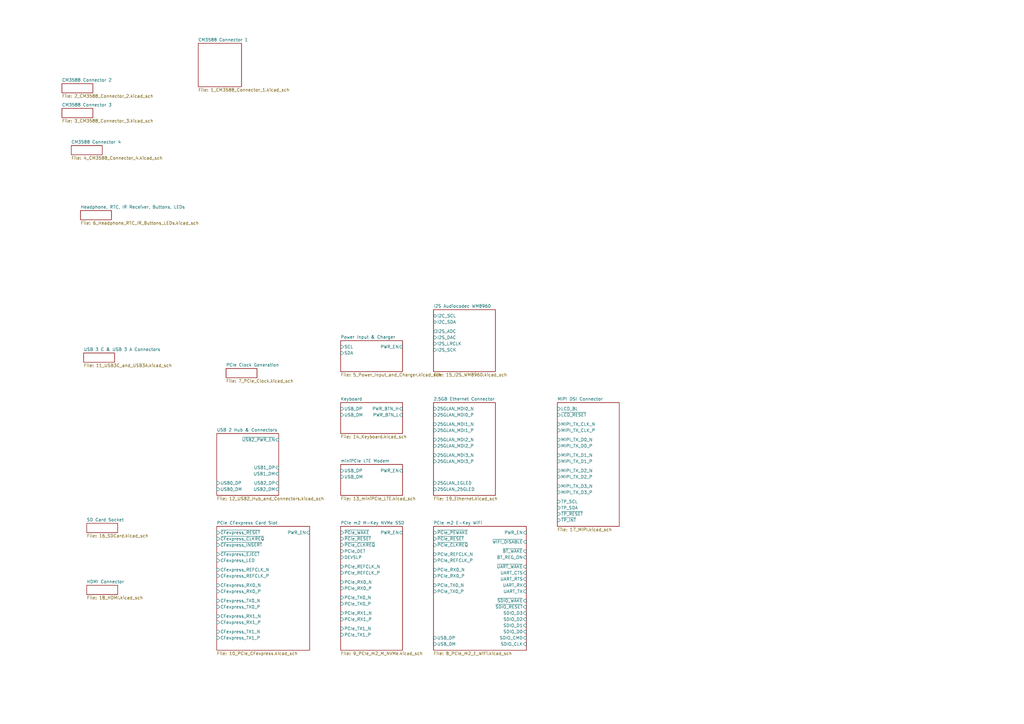
<source format=kicad_sch>
(kicad_sch
	(version 20250114)
	(generator "eeschema")
	(generator_version "9.0")
	(uuid "e8df7ad4-0398-46fe-8df2-22f014c5f1dd")
	(paper "A3")
	(lib_symbols)
	(sheet
		(at 139.7 139.7)
		(size 25.4 12.7)
		(exclude_from_sim no)
		(in_bom yes)
		(on_board yes)
		(dnp no)
		(fields_autoplaced yes)
		(stroke
			(width 0.1524)
			(type solid)
		)
		(fill
			(color 0 0 0 0.0000)
		)
		(uuid "07fa1f4a-4f08-4a00-b91a-2935c9cd6246")
		(property "Sheetname" "Power Input & Charger"
			(at 139.7 138.9884 0)
			(effects
				(font
					(size 1.27 1.27)
				)
				(justify left bottom)
			)
		)
		(property "Sheetfile" "5_Power_Input_and_Charger.kicad_sch"
			(at 139.7 152.9846 0)
			(effects
				(font
					(size 1.27 1.27)
				)
				(justify left top)
			)
		)
		(pin "PWR_EN" input
			(at 165.1 142.24 0)
			(uuid "9c746257-343a-4bac-822d-dd7b5936e7a1")
			(effects
				(font
					(size 1.27 1.27)
				)
				(justify right)
			)
		)
		(pin "SCL" input
			(at 139.7 142.24 180)
			(uuid "97597e3d-8706-412e-9b3a-870d0d1f1565")
			(effects
				(font
					(size 1.27 1.27)
				)
				(justify left)
			)
		)
		(pin "SDA" input
			(at 139.7 144.78 180)
			(uuid "b0cdbb2f-2e01-4b55-89c5-2a1808426770")
			(effects
				(font
					(size 1.27 1.27)
				)
				(justify left)
			)
		)
		(instances
			(project "mainboard"
				(path "/e8df7ad4-0398-46fe-8df2-22f014c5f1dd"
					(page "5")
				)
			)
		)
	)
	(sheet
		(at 81.28 17.78)
		(size 17.78 17.78)
		(exclude_from_sim no)
		(in_bom yes)
		(on_board yes)
		(dnp no)
		(fields_autoplaced yes)
		(stroke
			(width 0.1524)
			(type solid)
		)
		(fill
			(color 0 0 0 0.0000)
		)
		(uuid "179b20ca-7cf4-4c76-8c3b-b8b4c6c25c72")
		(property "Sheetname" "CM3588 Connector 1"
			(at 81.28 17.0684 0)
			(effects
				(font
					(size 1.27 1.27)
				)
				(justify left bottom)
			)
		)
		(property "Sheetfile" "1_CM3588_Connector_1.kicad_sch"
			(at 81.28 36.1446 0)
			(effects
				(font
					(size 1.27 1.27)
				)
				(justify left top)
			)
		)
		(instances
			(project "mainboard"
				(path "/e8df7ad4-0398-46fe-8df2-22f014c5f1dd"
					(page "1")
				)
			)
		)
	)
	(sheet
		(at 35.56 240.03)
		(size 12.7 3.81)
		(exclude_from_sim no)
		(in_bom yes)
		(on_board yes)
		(dnp no)
		(fields_autoplaced yes)
		(stroke
			(width 0.1524)
			(type solid)
		)
		(fill
			(color 0 0 0 0.0000)
		)
		(uuid "18d9dc9f-f158-4b8c-8c03-4e0e0e17c019")
		(property "Sheetname" "HDMI Connector"
			(at 35.56 239.3184 0)
			(effects
				(font
					(size 1.27 1.27)
				)
				(justify left bottom)
			)
		)
		(property "Sheetfile" "18_HDMI.kicad_sch"
			(at 35.56 244.4246 0)
			(effects
				(font
					(size 1.27 1.27)
				)
				(justify left top)
			)
		)
		(instances
			(project "mainboard"
				(path "/e8df7ad4-0398-46fe-8df2-22f014c5f1dd"
					(page "18")
				)
			)
		)
	)
	(sheet
		(at 92.71 151.13)
		(size 12.7 3.81)
		(exclude_from_sim no)
		(in_bom yes)
		(on_board yes)
		(dnp no)
		(fields_autoplaced yes)
		(stroke
			(width 0.1524)
			(type solid)
		)
		(fill
			(color 0 0 0 0.0000)
		)
		(uuid "484c6dee-af44-4b63-a825-46ce928312ff")
		(property "Sheetname" "PCIe Clock Generation"
			(at 92.71 150.4184 0)
			(effects
				(font
					(size 1.27 1.27)
				)
				(justify left bottom)
			)
		)
		(property "Sheetfile" "7_PCIe_Clock.kicad_sch"
			(at 92.71 155.5246 0)
			(effects
				(font
					(size 1.27 1.27)
				)
				(justify left top)
			)
		)
		(instances
			(project "mainboard"
				(path "/e8df7ad4-0398-46fe-8df2-22f014c5f1dd"
					(page "7")
				)
			)
		)
	)
	(sheet
		(at 139.7 215.9)
		(size 25.4 50.8)
		(exclude_from_sim no)
		(in_bom yes)
		(on_board yes)
		(dnp no)
		(fields_autoplaced yes)
		(stroke
			(width 0.1524)
			(type solid)
		)
		(fill
			(color 0 0 0 0.0000)
		)
		(uuid "6669fa1e-f015-4347-b375-5371b2a452c4")
		(property "Sheetname" "PCIe m2 M-Key NVMe SSD"
			(at 139.7 215.1884 0)
			(effects
				(font
					(size 1.27 1.27)
				)
				(justify left bottom)
			)
		)
		(property "Sheetfile" "9_PCIe_m2_M_NVMe.kicad_sch"
			(at 139.7 267.2846 0)
			(effects
				(font
					(size 1.27 1.27)
				)
				(justify left top)
			)
		)
		(pin "DEVSLP" input
			(at 139.7 228.6 180)
			(uuid "8250a307-5bfc-45cd-bcc1-a8e3b110935a")
			(effects
				(font
					(size 1.27 1.27)
				)
				(justify left)
			)
		)
		(pin "PCIe_DET" input
			(at 139.7 226.06 180)
			(uuid "5d36ab89-ee9c-45f1-9c8f-411f04604c30")
			(effects
				(font
					(size 1.27 1.27)
				)
				(justify left)
			)
		)
		(pin "PCIe_REFCLK_N" input
			(at 139.7 232.41 180)
			(uuid "456707b3-ef8a-449b-b780-e7ea84c2fe0f")
			(effects
				(font
					(size 1.27 1.27)
				)
				(justify left)
			)
		)
		(pin "PCIe_REFCLK_P" input
			(at 139.7 234.95 180)
			(uuid "3a6e22a8-1c33-4ccb-8634-0656c7ed4f73")
			(effects
				(font
					(size 1.27 1.27)
				)
				(justify left)
			)
		)
		(pin "PCIe_RX0_N" input
			(at 139.7 238.76 180)
			(uuid "b36f63ee-dda5-4273-8749-7e370dc55816")
			(effects
				(font
					(size 1.27 1.27)
				)
				(justify left)
			)
		)
		(pin "PCIe_RX0_P" input
			(at 139.7 241.3 180)
			(uuid "79078436-955e-4ba2-b5e9-f0115e164c7e")
			(effects
				(font
					(size 1.27 1.27)
				)
				(justify left)
			)
		)
		(pin "PCIe_RX1_N" input
			(at 139.7 251.46 180)
			(uuid "ab0b778b-3805-4636-8b20-f9d4a643390a")
			(effects
				(font
					(size 1.27 1.27)
				)
				(justify left)
			)
		)
		(pin "PCIe_RX1_P" input
			(at 139.7 254 180)
			(uuid "e44f8fa1-d1ae-449a-b73e-ebcffea75acf")
			(effects
				(font
					(size 1.27 1.27)
				)
				(justify left)
			)
		)
		(pin "PCIe_TX0_N" input
			(at 139.7 245.11 180)
			(uuid "8df59557-ebe2-4399-86e1-76227324d036")
			(effects
				(font
					(size 1.27 1.27)
				)
				(justify left)
			)
		)
		(pin "PCIe_TX0_P" input
			(at 139.7 247.65 180)
			(uuid "a3983adb-1f39-45d9-9b6c-038ef2f9cafd")
			(effects
				(font
					(size 1.27 1.27)
				)
				(justify left)
			)
		)
		(pin "PCIe_TX1_N" input
			(at 139.7 257.81 180)
			(uuid "812bc123-58af-4285-8223-066e31c940f8")
			(effects
				(font
					(size 1.27 1.27)
				)
				(justify left)
			)
		)
		(pin "PCIe_TX1_P" input
			(at 139.7 260.35 180)
			(uuid "5b162702-1ec8-4c70-9286-ab9a493e8c20")
			(effects
				(font
					(size 1.27 1.27)
				)
				(justify left)
			)
		)
		(pin "~{PCIe_CLKREQ}" input
			(at 139.7 223.52 180)
			(uuid "2fdb73b0-335b-4c65-a8b9-7614e14944c7")
			(effects
				(font
					(size 1.27 1.27)
				)
				(justify left)
			)
		)
		(pin "~{PCIe_RESET}" input
			(at 139.7 220.98 180)
			(uuid "2235e878-ea99-4ca6-8bc4-70d78ace0891")
			(effects
				(font
					(size 1.27 1.27)
				)
				(justify left)
			)
		)
		(pin "~{PCIe_WAKE}" input
			(at 139.7 218.44 180)
			(uuid "c7155c23-faf8-4a14-b0f7-6850aad77b01")
			(effects
				(font
					(size 1.27 1.27)
				)
				(justify left)
			)
		)
		(pin "PWR_EN" input
			(at 165.1 218.44 0)
			(uuid "5f32886c-3a2e-49d3-9f05-969676369bbf")
			(effects
				(font
					(size 1.27 1.27)
				)
				(justify right)
			)
		)
		(instances
			(project "mainboard"
				(path "/e8df7ad4-0398-46fe-8df2-22f014c5f1dd"
					(page "9")
				)
			)
		)
	)
	(sheet
		(at 25.4 44.45)
		(size 12.7 3.81)
		(exclude_from_sim no)
		(in_bom yes)
		(on_board yes)
		(dnp no)
		(fields_autoplaced yes)
		(stroke
			(width 0.1524)
			(type solid)
		)
		(fill
			(color 0 0 0 0.0000)
		)
		(uuid "68a2b222-807f-4ee1-877f-9299e0573b20")
		(property "Sheetname" "CM3588 Connector 3"
			(at 25.4 43.7384 0)
			(effects
				(font
					(size 1.27 1.27)
				)
				(justify left bottom)
			)
		)
		(property "Sheetfile" "3_CM3588_Connector_3.kicad_sch"
			(at 25.4 48.8446 0)
			(effects
				(font
					(size 1.27 1.27)
				)
				(justify left top)
			)
		)
		(instances
			(project "mainboard"
				(path "/e8df7ad4-0398-46fe-8df2-22f014c5f1dd"
					(page "3")
				)
			)
		)
	)
	(sheet
		(at 139.7 190.5)
		(size 25.4 12.7)
		(exclude_from_sim no)
		(in_bom yes)
		(on_board yes)
		(dnp no)
		(fields_autoplaced yes)
		(stroke
			(width 0.1524)
			(type solid)
		)
		(fill
			(color 0 0 0 0.0000)
		)
		(uuid "8644110b-fd44-4bf7-8252-8da3b2442694")
		(property "Sheetname" "miniPCIe LTE Modem"
			(at 139.7 189.7884 0)
			(effects
				(font
					(size 1.27 1.27)
				)
				(justify left bottom)
			)
		)
		(property "Sheetfile" "13_miniPCIe_LTE.kicad_sch"
			(at 139.7 203.7846 0)
			(effects
				(font
					(size 1.27 1.27)
				)
				(justify left top)
			)
		)
		(pin "PWR_EN" input
			(at 165.1 193.04 0)
			(uuid "ec6ac0a6-97a2-4b59-a772-9f3389ff4408")
			(effects
				(font
					(size 1.27 1.27)
				)
				(justify right)
			)
		)
		(pin "USB_DM" input
			(at 139.7 195.58 180)
			(uuid "37a4b681-5ee7-49b0-a3ba-f36d8b9018e1")
			(effects
				(font
					(size 1.27 1.27)
				)
				(justify left)
			)
		)
		(pin "USB_DP" input
			(at 139.7 193.04 180)
			(uuid "c6ffd364-60bb-4929-8078-449c68b24900")
			(effects
				(font
					(size 1.27 1.27)
				)
				(justify left)
			)
		)
		(instances
			(project "mainboard"
				(path "/e8df7ad4-0398-46fe-8df2-22f014c5f1dd"
					(page "13")
				)
			)
		)
	)
	(sheet
		(at 35.56 214.63)
		(size 12.7 3.81)
		(exclude_from_sim no)
		(in_bom yes)
		(on_board yes)
		(dnp no)
		(fields_autoplaced yes)
		(stroke
			(width 0.1524)
			(type solid)
		)
		(fill
			(color 0 0 0 0.0000)
		)
		(uuid "8986aa19-15b1-4e69-80f7-caad2369fd75")
		(property "Sheetname" "SD Card Socket"
			(at 35.56 213.9184 0)
			(effects
				(font
					(size 1.27 1.27)
				)
				(justify left bottom)
			)
		)
		(property "Sheetfile" "16_SDCard.kicad_sch"
			(at 35.56 219.0246 0)
			(effects
				(font
					(size 1.27 1.27)
				)
				(justify left top)
			)
		)
		(instances
			(project "mainboard"
				(path "/e8df7ad4-0398-46fe-8df2-22f014c5f1dd"
					(page "16")
				)
			)
		)
	)
	(sheet
		(at 88.9 177.8)
		(size 25.4 25.4)
		(exclude_from_sim no)
		(in_bom yes)
		(on_board yes)
		(dnp no)
		(fields_autoplaced yes)
		(stroke
			(width 0.1524)
			(type solid)
		)
		(fill
			(color 0 0 0 0.0000)
		)
		(uuid "8cfb5e11-a71f-45fa-8675-4058f56774f6")
		(property "Sheetname" "USB 2 Hub & Connectors"
			(at 88.9 177.0884 0)
			(effects
				(font
					(size 1.27 1.27)
				)
				(justify left bottom)
			)
		)
		(property "Sheetfile" "12_USB2_Hub_and_Connectors.kicad_sch"
			(at 88.9 203.7846 0)
			(effects
				(font
					(size 1.27 1.27)
				)
				(justify left top)
			)
		)
		(pin "USB0_DM" input
			(at 88.9 200.66 180)
			(uuid "ca270ec5-a1d1-4a42-9e54-696220ff0552")
			(effects
				(font
					(size 1.27 1.27)
				)
				(justify left)
			)
		)
		(pin "USB0_DP" input
			(at 88.9 198.12 180)
			(uuid "2fb0affe-27af-4e28-ad88-b142b2347e61")
			(effects
				(font
					(size 1.27 1.27)
				)
				(justify left)
			)
		)
		(pin "USB1_DM" input
			(at 114.3 194.31 0)
			(uuid "5c057282-1336-4c21-8ed3-1080c9cc2eb1")
			(effects
				(font
					(size 1.27 1.27)
				)
				(justify right)
			)
		)
		(pin "USB1_DP" input
			(at 114.3 191.77 0)
			(uuid "caedf5cb-fc1e-4344-87f8-1e5e81960ec9")
			(effects
				(font
					(size 1.27 1.27)
				)
				(justify right)
			)
		)
		(pin "USB2_DM" input
			(at 114.3 200.66 0)
			(uuid "3d4f735f-2fc0-4019-ade8-0f74c33e846f")
			(effects
				(font
					(size 1.27 1.27)
				)
				(justify right)
			)
		)
		(pin "USB2_DP" input
			(at 114.3 198.12 0)
			(uuid "fdf275ae-ae4b-480d-b9d9-56bf6ad85e28")
			(effects
				(font
					(size 1.27 1.27)
				)
				(justify right)
			)
		)
		(pin "~{USB2_PWR_EN}" input
			(at 114.3 180.34 0)
			(uuid "70feb4e7-a4a5-4693-bc11-e84872980dbd")
			(effects
				(font
					(size 1.27 1.27)
				)
				(justify right)
			)
		)
		(instances
			(project "mainboard"
				(path "/e8df7ad4-0398-46fe-8df2-22f014c5f1dd"
					(page "12")
				)
			)
		)
	)
	(sheet
		(at 228.6 165.1)
		(size 25.4 50.8)
		(exclude_from_sim no)
		(in_bom yes)
		(on_board yes)
		(dnp no)
		(fields_autoplaced yes)
		(stroke
			(width 0.1524)
			(type solid)
		)
		(fill
			(color 0 0 0 0.0000)
		)
		(uuid "92c68f36-3049-4ded-92bc-6a7d51e36adb")
		(property "Sheetname" "MIPI DSI Connector"
			(at 228.6 164.3884 0)
			(effects
				(font
					(size 1.27 1.27)
				)
				(justify left bottom)
			)
		)
		(property "Sheetfile" "17_MIPI.kicad_sch"
			(at 228.6 216.4846 0)
			(effects
				(font
					(size 1.27 1.27)
				)
				(justify left top)
			)
		)
		(pin "LCD_BL" input
			(at 228.6 167.64 180)
			(uuid "9d492064-8544-4e1e-a2d8-5f9e4f95ba72")
			(effects
				(font
					(size 1.27 1.27)
				)
				(justify left)
			)
		)
		(pin "MIPI_TX_CLK_N" input
			(at 228.6 173.99 180)
			(uuid "a80b5fad-fe20-4e7f-a777-be214113ffcd")
			(effects
				(font
					(size 1.27 1.27)
				)
				(justify left)
			)
		)
		(pin "MIPI_TX_CLK_P" input
			(at 228.6 176.53 180)
			(uuid "8f335182-66ad-4fa0-88e5-f4c0ce875b5b")
			(effects
				(font
					(size 1.27 1.27)
				)
				(justify left)
			)
		)
		(pin "MIPI_TX_D0_N" input
			(at 228.6 180.34 180)
			(uuid "3a6a22c8-b725-45a7-8b0e-108a0bf72b03")
			(effects
				(font
					(size 1.27 1.27)
				)
				(justify left)
			)
		)
		(pin "MIPI_TX_D0_P" input
			(at 228.6 182.88 180)
			(uuid "cd7c76a9-9d47-49c3-b15f-a5d637f8aab5")
			(effects
				(font
					(size 1.27 1.27)
				)
				(justify left)
			)
		)
		(pin "MIPI_TX_D1_N" input
			(at 228.6 186.69 180)
			(uuid "c66954df-ff6e-43ec-b246-47354d477309")
			(effects
				(font
					(size 1.27 1.27)
				)
				(justify left)
			)
		)
		(pin "MIPI_TX_D1_P" input
			(at 228.6 189.23 180)
			(uuid "30b815db-ee5e-4301-a847-d31a548ffea8")
			(effects
				(font
					(size 1.27 1.27)
				)
				(justify left)
			)
		)
		(pin "MIPI_TX_D2_N" input
			(at 228.6 193.04 180)
			(uuid "3ca4dc06-dd5f-4a08-986b-f22b6929833f")
			(effects
				(font
					(size 1.27 1.27)
				)
				(justify left)
			)
		)
		(pin "MIPI_TX_D2_P" input
			(at 228.6 195.58 180)
			(uuid "b48601a3-d718-459e-bd17-bbe69589ba72")
			(effects
				(font
					(size 1.27 1.27)
				)
				(justify left)
			)
		)
		(pin "MIPI_TX_D3_N" input
			(at 228.6 199.39 180)
			(uuid "964b1996-6a8a-44b6-ac53-b7fb548f5417")
			(effects
				(font
					(size 1.27 1.27)
				)
				(justify left)
			)
		)
		(pin "MIPI_TX_D3_P" input
			(at 228.6 201.93 180)
			(uuid "d5e198b6-df83-4a6f-9700-f4c6da2705bc")
			(effects
				(font
					(size 1.27 1.27)
				)
				(justify left)
			)
		)
		(pin "TP_SCL" input
			(at 228.6 205.74 180)
			(uuid "3de87970-0d10-43cb-a78c-6a0175a9f388")
			(effects
				(font
					(size 1.27 1.27)
				)
				(justify left)
			)
		)
		(pin "TP_SDA" input
			(at 228.6 208.28 180)
			(uuid "b5bd621e-d51d-448d-8f04-54a1a6b6d179")
			(effects
				(font
					(size 1.27 1.27)
				)
				(justify left)
			)
		)
		(pin "~{LCD_RESET}" input
			(at 228.6 170.18 180)
			(uuid "8f2106b5-0ebe-42bf-b69b-be8dd07e77fc")
			(effects
				(font
					(size 1.27 1.27)
				)
				(justify left)
			)
		)
		(pin "~{TP_INT}" input
			(at 228.6 213.36 180)
			(uuid "c3b4b5c9-0c4b-4798-ade9-b3f24d493762")
			(effects
				(font
					(size 1.27 1.27)
				)
				(justify left)
			)
		)
		(pin "~{TP_RESET}" input
			(at 228.6 210.82 180)
			(uuid "3109ae4e-d3f2-4604-a16b-4e677b66da7b")
			(effects
				(font
					(size 1.27 1.27)
				)
				(justify left)
			)
		)
		(instances
			(project "mainboard"
				(path "/e8df7ad4-0398-46fe-8df2-22f014c5f1dd"
					(page "17")
				)
			)
		)
	)
	(sheet
		(at 29.21 59.69)
		(size 12.7 3.81)
		(exclude_from_sim no)
		(in_bom yes)
		(on_board yes)
		(dnp no)
		(fields_autoplaced yes)
		(stroke
			(width 0.1524)
			(type solid)
		)
		(fill
			(color 0 0 0 0.0000)
		)
		(uuid "98643362-4360-4082-9fcf-14e673c38aa5")
		(property "Sheetname" "CM3588 Connector 4"
			(at 29.21 58.9784 0)
			(effects
				(font
					(size 1.27 1.27)
				)
				(justify left bottom)
			)
		)
		(property "Sheetfile" "4_CM3588_Connector_4.kicad_sch"
			(at 29.21 64.0846 0)
			(effects
				(font
					(size 1.27 1.27)
				)
				(justify left top)
			)
		)
		(instances
			(project "mainboard"
				(path "/e8df7ad4-0398-46fe-8df2-22f014c5f1dd"
					(page "4")
				)
			)
		)
	)
	(sheet
		(at 177.8 165.1)
		(size 25.4 38.1)
		(exclude_from_sim no)
		(in_bom yes)
		(on_board yes)
		(dnp no)
		(fields_autoplaced yes)
		(stroke
			(width 0.1524)
			(type solid)
		)
		(fill
			(color 0 0 0 0.0000)
		)
		(uuid "a5e27188-7231-4ab7-9c42-d430df737766")
		(property "Sheetname" "2.5GB Ethernet Connector"
			(at 177.8 164.3884 0)
			(effects
				(font
					(size 1.27 1.27)
				)
				(justify left bottom)
			)
		)
		(property "Sheetfile" "19_Ethernet.kicad_sch"
			(at 177.8 203.7846 0)
			(effects
				(font
					(size 1.27 1.27)
				)
				(justify left top)
			)
		)
		(pin "25GLAN_1GLED" input
			(at 177.8 198.12 180)
			(uuid "ea970541-ad9d-4d0d-8547-911cd1b37aa9")
			(effects
				(font
					(size 1.27 1.27)
				)
				(justify left)
			)
		)
		(pin "25GLAN_25GLED" input
			(at 177.8 200.66 180)
			(uuid "24cd0925-74b4-4560-a33f-7ae7e76c3a3e")
			(effects
				(font
					(size 1.27 1.27)
				)
				(justify left)
			)
		)
		(pin "25GLAN_MDI0_N" input
			(at 177.8 167.64 180)
			(uuid "f4af2d9b-10aa-40d9-9350-e6784521ac08")
			(effects
				(font
					(size 1.27 1.27)
				)
				(justify left)
			)
		)
		(pin "25GLAN_MDI0_P" input
			(at 177.8 170.18 180)
			(uuid "8dc62061-0699-45aa-8299-c65240602a1a")
			(effects
				(font
					(size 1.27 1.27)
				)
				(justify left)
			)
		)
		(pin "25GLAN_MDI1_N" input
			(at 177.8 173.99 180)
			(uuid "43d26a30-eace-40b0-aa03-d92c1c451f27")
			(effects
				(font
					(size 1.27 1.27)
				)
				(justify left)
			)
		)
		(pin "25GLAN_MDI1_P" input
			(at 177.8 176.53 180)
			(uuid "be8f7c3b-1e68-430d-85c9-d46a41f163fc")
			(effects
				(font
					(size 1.27 1.27)
				)
				(justify left)
			)
		)
		(pin "25GLAN_MDI2_N" input
			(at 177.8 180.34 180)
			(uuid "d967f382-784f-41fb-b4e8-dee48dc0690a")
			(effects
				(font
					(size 1.27 1.27)
				)
				(justify left)
			)
		)
		(pin "25GLAN_MDI2_P" input
			(at 177.8 182.88 180)
			(uuid "c38142cb-b0fb-4b38-9cc8-5fc01535ef0e")
			(effects
				(font
					(size 1.27 1.27)
				)
				(justify left)
			)
		)
		(pin "25GLAN_MDI3_N" input
			(at 177.8 186.69 180)
			(uuid "f5e953cf-b5bc-460c-a839-2c64b5e03602")
			(effects
				(font
					(size 1.27 1.27)
				)
				(justify left)
			)
		)
		(pin "25GLAN_MDI3_P" input
			(at 177.8 189.23 180)
			(uuid "f14274d4-a744-4264-9042-6c9ae352287b")
			(effects
				(font
					(size 1.27 1.27)
				)
				(justify left)
			)
		)
		(instances
			(project "mainboard"
				(path "/e8df7ad4-0398-46fe-8df2-22f014c5f1dd"
					(page "19")
				)
			)
		)
	)
	(sheet
		(at 177.8 215.9)
		(size 38.1 50.8)
		(exclude_from_sim no)
		(in_bom yes)
		(on_board yes)
		(dnp no)
		(fields_autoplaced yes)
		(stroke
			(width 0.1524)
			(type solid)
		)
		(fill
			(color 0 0 0 0.0000)
		)
		(uuid "a6c4e84f-5700-4370-a676-0959800a711a")
		(property "Sheetname" "PCIe m2 E-Key WiFi"
			(at 177.8 215.1884 0)
			(effects
				(font
					(size 1.27 1.27)
				)
				(justify left bottom)
			)
		)
		(property "Sheetfile" "8_PCIe_m2_E_WiFi.kicad_sch"
			(at 177.8 267.2846 0)
			(effects
				(font
					(size 1.27 1.27)
				)
				(justify left top)
			)
		)
		(pin "BT_REG_ON" input
			(at 215.9 228.6 0)
			(uuid "a419b7ef-d2ce-48c8-9df0-fcf1a3ee2669")
			(effects
				(font
					(size 1.27 1.27)
				)
				(justify right)
			)
		)
		(pin "PCIe_REFCLK_N" input
			(at 177.8 227.33 180)
			(uuid "ca33330a-3ba5-40ef-bc00-d2d7c19c15d3")
			(effects
				(font
					(size 1.27 1.27)
				)
				(justify left)
			)
		)
		(pin "PCIe_REFCLK_P" input
			(at 177.8 229.87 180)
			(uuid "61da3f16-0238-4bb8-a176-9311cc4d7c2b")
			(effects
				(font
					(size 1.27 1.27)
				)
				(justify left)
			)
		)
		(pin "PCIe_RX0_N" input
			(at 177.8 233.68 180)
			(uuid "8228758c-c887-4d14-aa2c-d1df368fa549")
			(effects
				(font
					(size 1.27 1.27)
				)
				(justify left)
			)
		)
		(pin "PCIe_RX0_P" input
			(at 177.8 236.22 180)
			(uuid "dfc69cb8-e98f-4d79-8e62-5d3b37eecdea")
			(effects
				(font
					(size 1.27 1.27)
				)
				(justify left)
			)
		)
		(pin "PCIe_TX0_N" input
			(at 177.8 240.03 180)
			(uuid "78154470-766a-439c-8d1c-92322baaa908")
			(effects
				(font
					(size 1.27 1.27)
				)
				(justify left)
			)
		)
		(pin "PCIe_TX0_P" input
			(at 177.8 242.57 180)
			(uuid "503d3434-3c92-4a17-8739-9187ca703ca5")
			(effects
				(font
					(size 1.27 1.27)
				)
				(justify left)
			)
		)
		(pin "PWR_EN" input
			(at 215.9 218.44 0)
			(uuid "a7721f1a-3755-4947-91e0-d0b49bc47497")
			(effects
				(font
					(size 1.27 1.27)
				)
				(justify right)
			)
		)
		(pin "SDIO_CLK" input
			(at 215.9 264.16 0)
			(uuid "89183d58-0cbf-45e9-998f-97e595956f39")
			(effects
				(font
					(size 1.27 1.27)
				)
				(justify right)
			)
		)
		(pin "SDIO_CMD" input
			(at 215.9 261.62 0)
			(uuid "3bb7f4f1-9a71-4b78-b11b-4ca417f19018")
			(effects
				(font
					(size 1.27 1.27)
				)
				(justify right)
			)
		)
		(pin "SDIO_D0" input
			(at 215.9 259.08 0)
			(uuid "499148c3-e452-4ed6-b36a-c0e2089c3a94")
			(effects
				(font
					(size 1.27 1.27)
				)
				(justify right)
			)
		)
		(pin "SDIO_D1" input
			(at 215.9 256.54 0)
			(uuid "1400c6b0-63da-4346-9fb5-4902b32a7de9")
			(effects
				(font
					(size 1.27 1.27)
				)
				(justify right)
			)
		)
		(pin "SDIO_D2" input
			(at 215.9 254 0)
			(uuid "37efb270-c9d5-4b1b-be84-7619150bb51b")
			(effects
				(font
					(size 1.27 1.27)
				)
				(justify right)
			)
		)
		(pin "SDIO_D3" input
			(at 215.9 251.46 0)
			(uuid "1dee3050-9556-46d2-a108-a109e34b8695")
			(effects
				(font
					(size 1.27 1.27)
				)
				(justify right)
			)
		)
		(pin "UART_CTS" input
			(at 215.9 234.95 0)
			(uuid "b651bca2-48fb-403b-8841-d46b695d6cfc")
			(effects
				(font
					(size 1.27 1.27)
				)
				(justify right)
			)
		)
		(pin "UART_RTS" input
			(at 215.9 237.49 0)
			(uuid "178e3ca4-fb21-4b7a-a25a-558444f803c6")
			(effects
				(font
					(size 1.27 1.27)
				)
				(justify right)
			)
		)
		(pin "UART_RX" input
			(at 215.9 240.03 0)
			(uuid "2f9ac340-3503-4c65-8831-74bdd8592184")
			(effects
				(font
					(size 1.27 1.27)
				)
				(justify right)
			)
		)
		(pin "UART_TX" input
			(at 215.9 242.57 0)
			(uuid "1c71a551-eee1-48d4-b955-f9bc9aa211b6")
			(effects
				(font
					(size 1.27 1.27)
				)
				(justify right)
			)
		)
		(pin "USB_DM" input
			(at 177.8 264.16 180)
			(uuid "c0331a03-48c8-4488-8c45-a89ec165729c")
			(effects
				(font
					(size 1.27 1.27)
				)
				(justify left)
			)
		)
		(pin "USB_DP" input
			(at 177.8 261.62 180)
			(uuid "acb8ba47-8f80-4fa0-be1d-36d1669db348")
			(effects
				(font
					(size 1.27 1.27)
				)
				(justify left)
			)
		)
		(pin "~{BT_WAKE}" input
			(at 215.9 226.06 0)
			(uuid "a216ab39-c948-4b57-9a98-3bd3e87d2e01")
			(effects
				(font
					(size 1.27 1.27)
				)
				(justify right)
			)
		)
		(pin "~{PCIe_CLKREQ}" input
			(at 177.8 223.52 180)
			(uuid "4bff014c-8b0d-48a3-b158-8f9f6e4951ad")
			(effects
				(font
					(size 1.27 1.27)
				)
				(justify left)
			)
		)
		(pin "~{PCIe_PEWAKE}" input
			(at 177.8 218.44 180)
			(uuid "d7264f83-4ba1-489e-9a91-27a7834d0ff4")
			(effects
				(font
					(size 1.27 1.27)
				)
				(justify left)
			)
		)
		(pin "~{PCIe_RESET}" input
			(at 177.8 220.98 180)
			(uuid "b58f351d-6c24-407f-a647-c139a0292561")
			(effects
				(font
					(size 1.27 1.27)
				)
				(justify left)
			)
		)
		(pin "~{SDIO_RESET}" input
			(at 215.9 248.92 0)
			(uuid "dee584bb-8033-4eeb-b90d-86d151453088")
			(effects
				(font
					(size 1.27 1.27)
				)
				(justify right)
			)
		)
		(pin "~{SDIO_WAKE}" input
			(at 215.9 246.38 0)
			(uuid "ddb31367-03bd-4df6-b0ba-7254b66df4d9")
			(effects
				(font
					(size 1.27 1.27)
				)
				(justify right)
			)
		)
		(pin "~{UART_WAKE}" input
			(at 215.9 232.41 0)
			(uuid "ed4b98d1-e965-49cc-8add-ab57c8718b2c")
			(effects
				(font
					(size 1.27 1.27)
				)
				(justify right)
			)
		)
		(pin "~{WIFI_DISABLE}" input
			(at 215.9 222.25 0)
			(uuid "20ceb7d5-05bb-4826-b8b7-95f4ba3358d9")
			(effects
				(font
					(size 1.27 1.27)
				)
				(justify right)
			)
		)
		(instances
			(project "mainboard"
				(path "/e8df7ad4-0398-46fe-8df2-22f014c5f1dd"
					(page "8")
				)
			)
		)
	)
	(sheet
		(at 177.8 127)
		(size 25.4 25.4)
		(exclude_from_sim no)
		(in_bom yes)
		(on_board yes)
		(dnp no)
		(fields_autoplaced yes)
		(stroke
			(width 0.1524)
			(type solid)
		)
		(fill
			(color 0 0 0 0.0000)
		)
		(uuid "b257af20-c8e7-4b15-a490-5e02f5f9fd5b")
		(property "Sheetname" "I2S Audiocodec WM8960"
			(at 177.8 126.2884 0)
			(effects
				(font
					(size 1.27 1.27)
				)
				(justify left bottom)
			)
		)
		(property "Sheetfile" "15_I2S_WM8960.kicad_sch"
			(at 177.8 152.9846 0)
			(effects
				(font
					(size 1.27 1.27)
				)
				(justify left top)
			)
		)
		(pin "I2C_SCL" bidirectional
			(at 177.8 129.54 180)
			(uuid "979cdd8e-a106-445d-b8a7-48f177e59667")
			(effects
				(font
					(size 1.27 1.27)
				)
				(justify left)
			)
		)
		(pin "I2C_SDA" bidirectional
			(at 177.8 132.08 180)
			(uuid "282c9627-54b5-4aa2-bee8-89a08e502522")
			(effects
				(font
					(size 1.27 1.27)
				)
				(justify left)
			)
		)
		(pin "I2S_ADC" output
			(at 177.8 135.89 180)
			(uuid "a05cbe98-0618-446b-883e-d0c320231d4f")
			(effects
				(font
					(size 1.27 1.27)
				)
				(justify left)
			)
		)
		(pin "I2S_DAC" input
			(at 177.8 138.43 180)
			(uuid "b2c31b22-7b40-4714-bd58-1e419d037485")
			(effects
				(font
					(size 1.27 1.27)
				)
				(justify left)
			)
		)
		(pin "I2S_LRCLK" input
			(at 177.8 140.97 180)
			(uuid "db7ee098-c218-4701-9252-75e9f0dd2637")
			(effects
				(font
					(size 1.27 1.27)
				)
				(justify left)
			)
		)
		(pin "I2S_SCK" input
			(at 177.8 143.51 180)
			(uuid "29494526-8279-4f0f-9c50-01e51fd57fc1")
			(effects
				(font
					(size 1.27 1.27)
				)
				(justify left)
			)
		)
		(instances
			(project "mainboard"
				(path "/e8df7ad4-0398-46fe-8df2-22f014c5f1dd"
					(page "15")
				)
			)
		)
	)
	(sheet
		(at 34.29 144.78)
		(size 12.7 3.81)
		(exclude_from_sim no)
		(in_bom yes)
		(on_board yes)
		(dnp no)
		(fields_autoplaced yes)
		(stroke
			(width 0.1524)
			(type solid)
		)
		(fill
			(color 0 0 0 0.0000)
		)
		(uuid "b40728d0-bb26-4ad0-892e-a0f99316494b")
		(property "Sheetname" "USB 3 C & USB 3 A Connectors"
			(at 34.29 144.0684 0)
			(effects
				(font
					(size 1.27 1.27)
				)
				(justify left bottom)
			)
		)
		(property "Sheetfile" "11_USB3C_and_USB3A.kicad_sch"
			(at 34.29 149.1746 0)
			(effects
				(font
					(size 1.27 1.27)
				)
				(justify left top)
			)
		)
		(instances
			(project "mainboard"
				(path "/e8df7ad4-0398-46fe-8df2-22f014c5f1dd"
					(page "11")
				)
			)
		)
	)
	(sheet
		(at 139.7 165.1)
		(size 25.4 12.7)
		(exclude_from_sim no)
		(in_bom yes)
		(on_board yes)
		(dnp no)
		(fields_autoplaced yes)
		(stroke
			(width 0.1524)
			(type solid)
		)
		(fill
			(color 0 0 0 0.0000)
		)
		(uuid "b53c68d6-890a-48ca-a848-4e830d0e96f7")
		(property "Sheetname" "Keyboard"
			(at 139.7 164.3884 0)
			(effects
				(font
					(size 1.27 1.27)
				)
				(justify left bottom)
			)
		)
		(property "Sheetfile" "14_Keyboard.kicad_sch"
			(at 139.7 178.3846 0)
			(effects
				(font
					(size 1.27 1.27)
				)
				(justify left top)
			)
		)
		(pin "PWR_BTN_H" input
			(at 165.1 167.64 0)
			(uuid "1151f74b-5bf2-43de-9db9-dae44e5dae90")
			(effects
				(font
					(size 1.27 1.27)
				)
				(justify right)
			)
		)
		(pin "PWR_BTN_L" input
			(at 165.1 170.18 0)
			(uuid "054e1e44-e3b6-4aa1-aea6-ebb76a91a1b6")
			(effects
				(font
					(size 1.27 1.27)
				)
				(justify right)
			)
		)
		(pin "USB_DM" input
			(at 139.7 170.18 180)
			(uuid "377c48ba-a833-4be0-8010-3f9bd4d83cd6")
			(effects
				(font
					(size 1.27 1.27)
				)
				(justify left)
			)
		)
		(pin "USB_DP" input
			(at 139.7 167.64 180)
			(uuid "36a1d5e1-593c-4dc9-9697-1f6db05d487a")
			(effects
				(font
					(size 1.27 1.27)
				)
				(justify left)
			)
		)
		(instances
			(project "mainboard"
				(path "/e8df7ad4-0398-46fe-8df2-22f014c5f1dd"
					(page "14")
				)
			)
		)
	)
	(sheet
		(at 25.4 34.29)
		(size 12.7 3.81)
		(exclude_from_sim no)
		(in_bom yes)
		(on_board yes)
		(dnp no)
		(fields_autoplaced yes)
		(stroke
			(width 0.1524)
			(type solid)
		)
		(fill
			(color 0 0 0 0.0000)
		)
		(uuid "bcd9a7a9-7c30-4b20-85c5-75455db96f45")
		(property "Sheetname" "CM3588 Connector 2"
			(at 25.4 33.5784 0)
			(effects
				(font
					(size 1.27 1.27)
				)
				(justify left bottom)
			)
		)
		(property "Sheetfile" "2_CM3588_Connector_2.kicad_sch"
			(at 25.4 38.6846 0)
			(effects
				(font
					(size 1.27 1.27)
				)
				(justify left top)
			)
		)
		(instances
			(project "mainboard"
				(path "/e8df7ad4-0398-46fe-8df2-22f014c5f1dd"
					(page "2")
				)
			)
		)
	)
	(sheet
		(at 33.02 86.36)
		(size 12.7 3.81)
		(exclude_from_sim no)
		(in_bom yes)
		(on_board yes)
		(dnp no)
		(fields_autoplaced yes)
		(stroke
			(width 0.1524)
			(type solid)
		)
		(fill
			(color 0 0 0 0.0000)
		)
		(uuid "c1c653fe-8be5-421f-be33-d886be37e0a5")
		(property "Sheetname" "Headphone, RTC, IR Receiver, Buttons, LEDs"
			(at 33.02 85.6484 0)
			(effects
				(font
					(size 1.27 1.27)
				)
				(justify left bottom)
			)
		)
		(property "Sheetfile" "6_Headphone_RTC_IR_Buttons_LEDs.kicad_sch"
			(at 33.02 90.7546 0)
			(effects
				(font
					(size 1.27 1.27)
				)
				(justify left top)
			)
		)
		(instances
			(project "mainboard"
				(path "/e8df7ad4-0398-46fe-8df2-22f014c5f1dd"
					(page "6")
				)
			)
		)
	)
	(sheet
		(at 88.9 215.9)
		(size 38.1 50.8)
		(exclude_from_sim no)
		(in_bom yes)
		(on_board yes)
		(dnp no)
		(fields_autoplaced yes)
		(stroke
			(width 0.1524)
			(type solid)
		)
		(fill
			(color 0 0 0 0.0000)
		)
		(uuid "e7fb8ba8-ec6e-4e12-955d-f90b904d700b")
		(property "Sheetname" "PCIe CFexpress Card Slot"
			(at 88.9 215.1884 0)
			(effects
				(font
					(size 1.27 1.27)
				)
				(justify left bottom)
			)
		)
		(property "Sheetfile" "10_PCIe_CFexpress.kicad_sch"
			(at 88.9 267.2846 0)
			(effects
				(font
					(size 1.27 1.27)
				)
				(justify left top)
			)
		)
		(pin "CFexpress_LED" input
			(at 88.9 229.87 180)
			(uuid "7f20fd53-5c32-46c7-b616-9394b4b3e450")
			(effects
				(font
					(size 1.27 1.27)
				)
				(justify left)
			)
		)
		(pin "CFexpress_REFCLK_N" input
			(at 88.9 233.68 180)
			(uuid "7e10c469-c2e8-4fbc-bf63-6def32290df0")
			(effects
				(font
					(size 1.27 1.27)
				)
				(justify left)
			)
		)
		(pin "CFexpress_REFCLK_P" input
			(at 88.9 236.22 180)
			(uuid "80328fbd-27ed-4350-b2df-5d329539f5d0")
			(effects
				(font
					(size 1.27 1.27)
				)
				(justify left)
			)
		)
		(pin "CFexpress_RX0_N" input
			(at 88.9 240.03 180)
			(uuid "49e4fc59-f62d-4421-b763-532a156bf865")
			(effects
				(font
					(size 1.27 1.27)
				)
				(justify left)
			)
		)
		(pin "CFexpress_RX0_P" input
			(at 88.9 242.57 180)
			(uuid "7c7c7e1f-908c-4b2b-8902-8a5360534190")
			(effects
				(font
					(size 1.27 1.27)
				)
				(justify left)
			)
		)
		(pin "CFexpress_RX1_N" input
			(at 88.9 252.73 180)
			(uuid "cb54363a-bc1f-465d-94e8-91913d6b4ed9")
			(effects
				(font
					(size 1.27 1.27)
				)
				(justify left)
			)
		)
		(pin "CFexpress_RX1_P" input
			(at 88.9 255.27 180)
			(uuid "4b31b07c-8cde-4dc5-9e19-b1f99c03a64a")
			(effects
				(font
					(size 1.27 1.27)
				)
				(justify left)
			)
		)
		(pin "CFexpress_TX0_N" input
			(at 88.9 246.38 180)
			(uuid "10b39ea9-36d1-43c3-a67d-d821fbee7866")
			(effects
				(font
					(size 1.27 1.27)
				)
				(justify left)
			)
		)
		(pin "CFexpress_TX0_P" input
			(at 88.9 248.92 180)
			(uuid "ef0dc058-10cb-4ef3-bae6-cea37af5df9d")
			(effects
				(font
					(size 1.27 1.27)
				)
				(justify left)
			)
		)
		(pin "CFexpress_TX1_N" input
			(at 88.9 259.08 180)
			(uuid "6f464b3b-a1b2-4177-9975-08719072dda4")
			(effects
				(font
					(size 1.27 1.27)
				)
				(justify left)
			)
		)
		(pin "CFexpress_TX1_P" input
			(at 88.9 261.62 180)
			(uuid "93691a62-0368-4fb0-8b45-f5aa322d7f33")
			(effects
				(font
					(size 1.27 1.27)
				)
				(justify left)
			)
		)
		(pin "PWR_EN" input
			(at 127 218.44 0)
			(uuid "516b7fcc-9a5d-4115-9565-ec92c8d13f6f")
			(effects
				(font
					(size 1.27 1.27)
				)
				(justify right)
			)
		)
		(pin "~{CFexpress_CLKREQ}" input
			(at 88.9 220.98 180)
			(uuid "6fb83433-80e5-4f96-9cbb-b6eaa9df4008")
			(effects
				(font
					(size 1.27 1.27)
				)
				(justify left)
			)
		)
		(pin "~{CFexpress_EJECT}" input
			(at 88.9 227.33 180)
			(uuid "420f5366-b413-4ae5-a049-b67cdfcd3500")
			(effects
				(font
					(size 1.27 1.27)
				)
				(justify left)
			)
		)
		(pin "~{CFexpress_INSERT}" input
			(at 88.9 223.52 180)
			(uuid "78021add-48f5-4ec4-b090-055a8e694479")
			(effects
				(font
					(size 1.27 1.27)
				)
				(justify left)
			)
		)
		(pin "~{CFexpress_RESET}" input
			(at 88.9 218.44 180)
			(uuid "0218519a-c719-44e0-b0f8-848d386f7a95")
			(effects
				(font
					(size 1.27 1.27)
				)
				(justify left)
			)
		)
		(instances
			(project "mainboard"
				(path "/e8df7ad4-0398-46fe-8df2-22f014c5f1dd"
					(page "10")
				)
			)
		)
	)
	(sheet_instances
		(path "/"
			(page "0")
		)
	)
	(embedded_fonts no)
	(embedded_files
		(file
			(name "A3_ISO5457-1999_ISO7200-2004-compact_EN.kicad_wks")
			(type worksheet)
			(data |KLUv/WBhIyUiACaqeCUQrbgB3wq561/zHS4DZ1bsoBEJEmVkiIiIKJO/3MeAqqqGgFIBcQBqAGkA
				y90R8ouOsTYnc+DiJXsjuwQlLJgi8eqtbrelDURyRpvp0pweHzWF/ny+YrT5hzsWrE55JEb/4ZMy
				/U+Smp4nEmgyzbZKkGQ+lIePeNQ0dlYnD4EkXIIipmkOq09A1Vv8GaUq7xWjCvCV6fJEDy55KCas
				52J0IzT3AW8bcGw4yAWLH8Mtx5CNJWO5WDZLZrksIy8I13vtXLfGjPFarnv6S/7QSwT6qgKxFqMv
				TZFWaGOtJorR5i3esGDWt/jLn3C+6eZsc7LVqxeEvQzh9kYJ5ZOuSSYXS9lrcYwBPj3iU6PnAUmT
				hzc0rQ25tcYX4DzlEPVIQpU0UZU7AmLcBhlybNYMNtbYW8jKze3r9noZt11RIYvqlptBhqz7Whfy
				gswUP3ltVP/npymbVZdb42Z19WJhtHpW6C4sWJokl2ii4HzTzdYzAM1zmK1TECBgWBxXYxc0WI49
				R2u3DcZaQ20OfKyBFzeW01GZ43YQiPzuE4bmPN4mkZ4EZrFSVZBGJvV/tkEnwh2O3+tlPh5RVIVB
				Bzx6iDFXVf75qm2jLq8vOaXymAwei5gmRTEcr4tUiP/js/FY+0MKgUmowXBLRkSSpKCQ5vERIYgw
				W3UySAwDIRTDARlIMRhCIZJDAiIggiIkxCBjTgXmAwRYtcuOPfmcfE+UZp3iNJq0sGNgjzFCXpi1
				1JnEVh8YhGH6FRRskCwCdUxrSdKXaESAhBcT9B7vNZqYihTW45d4+WJK/8maE2nhs922Ehdik8p2
				KIBItOZsadcyeuTIoXTSwHaBULl8zL5Mq6y0VyE7+/ws/BJqyZAL/t1mVbRHodIbeGfsOnAVqxlp
				LreH/CjzWsWr/Q9CejwLZ9WLlm0AmJlUtJrRYtPBNIFPVMcypMxjFLLNxSRJWnyBTp4zBql26/9V
				M1dOuQYRGZjCtqSiyf7WNjQvhcCdteVlFFAgHqe/UYRosQMXJGoOqo0ztK9Adc0UpxL1vFtB7BC8
				toG+yKNFw8bJm72toMmoVumH7fvFefn8ze5//gJI+uYPLHcx9AbuLf+LdqQi7p+GHrH+iyPU+/UQ
				+n0VhHq+HkJ/r4JQ10sQyuss6E75+yBz7JaUnEhOLC3hhEwi4ByRBkoeEXGrmROTbhLT5B30Y+Iw
				eLixSl3p8iNeLYdBqw4hDlM9hhOl2hsnBxmEPoR3SFnmUw4iBDUwH5mT2afZv/70nLEIkrB0tUJP
				8Dp+DhSLnEV3/XoO5dseUOT0t8gnDjjYbz1iHBp3aUCv4SWbI1U5CWImEFlAuq/BTbDWUNSNwXzL
				aEyt9T1oeoQ+olH+W2P6Wr5S5lNY09aaoE8WtwOGWhBFuI0FTqaMfEFtSCVqV6LqeFPaRSg7PwFv
				65oXP5wdimnw5YX7tQinpqhUAQ==|
			)
			(checksum "390B5D6CBC7D9953924469EDACCB19C5")
		)
	)
)

</source>
